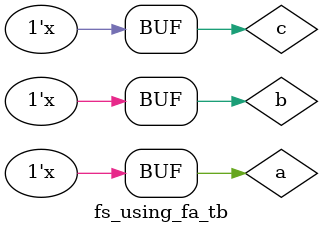
<source format=v>
module fs_using_fa_dut (
    output diff,FSCout,w1,w2,w3,w4,w5,w6,input a,b,c
);
    assign sum=a^b^c;
    assign w1=a&b;
    assign w2=b&c;
    assign w3=c&a;
    assign FACout=w1|w2|w3;
    assign w4=(~a);
    assign w5=w4&b;
    assign w6=w4&c;
    assign diff=sum;
    assign FSCout= w2| w5|w6; 

endmodule

module fs_using_fa_tb (
    
);
    reg a,b,c;
    wire diff,FSCout;//w1,w2,w3,w4,w5,w6;
    fs_using_fa_dut a1(diff,FSCout,w1,w2,w3,w4,w5,w6,a,b,c);

    initial begin
        // #10;
        a=0;b=0;c=0;
    end
    always #5 c=~c;
    always #10 b=~b;
    always #20 a=~a;

endmodule



</source>
